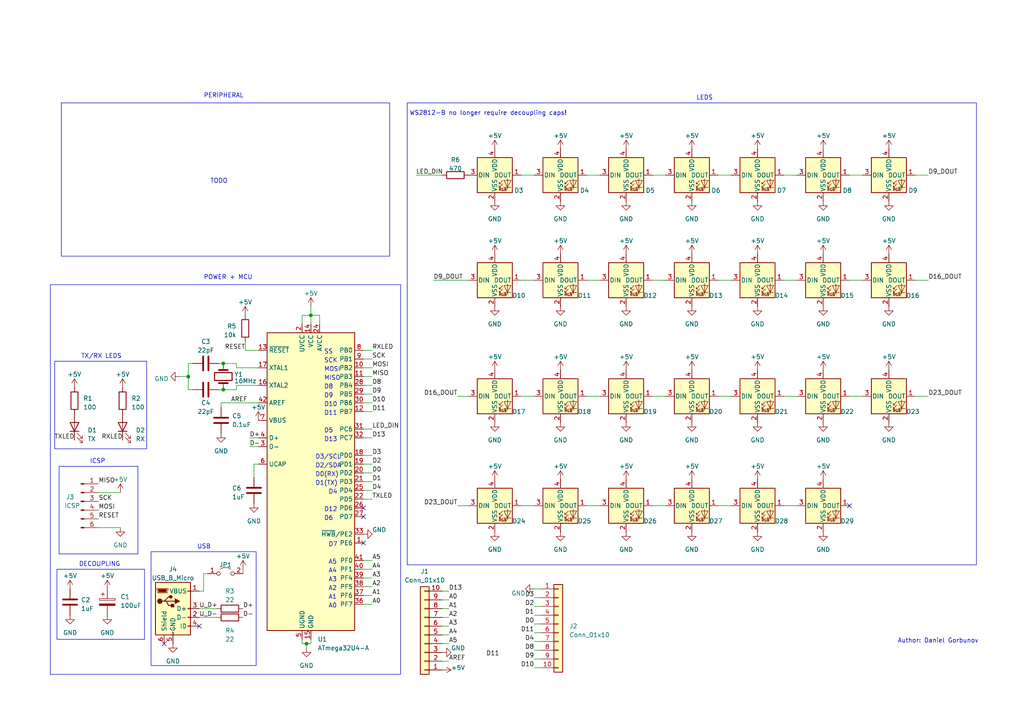
<source format=kicad_sch>
(kicad_sch (version 20230121) (generator eeschema)
  (paper "A4")
  (title_block (title "IEEE - DIY LEDs") (date "2024-03-17") (rev "v1"))
  (lib_symbols
    (symbol "Connector:Conn_01x06_Pin" (pin_names (offset 1.016) hide)
      (property "Reference" "J" (at 0 7.62 0))
      (property "Value" "Conn_01x06_Pin" (at 0 -10.16 0))
      (symbol "Conn_01x06_Pin_1_1"
        (polyline (pts (xy 1.27 -7.62) (xy 0.8636 -7.62)) (stroke (width 0.1524)))
        (polyline (pts (xy 1.27 -5.08) (xy 0.8636 -5.08)) (stroke (width 0.1524)))
        (polyline (pts (xy 1.27 -2.54) (xy 0.8636 -2.54)) (stroke (width 0.1524)))
        (polyline (pts (xy 1.27 0) (xy 0.8636 0)) (stroke (width 0.1524)))
        (polyline (pts (xy 1.27 2.54) (xy 0.8636 2.54)) (stroke (width 0.1524)))
        (polyline (pts (xy 1.27 5.08) (xy 0.8636 5.08)) (stroke (width 0.1524)))
        (rectangle (start 0.8636 -7.493) (end 0 -7.747) (stroke (width 0.1524)) (fill (type outline)))
        (rectangle (start 0.8636 -4.953) (end 0 -5.207) (stroke (width 0.1524)) (fill (type outline)))
        (rectangle (start 0.8636 -2.413) (end 0 -2.667) (stroke (width 0.1524)) (fill (type outline)))
        (rectangle (start 0.8636 0.127) (end 0 -0.127) (stroke (width 0.1524)) (fill (type outline)))
        (rectangle (start 0.8636 2.667) (end 0 2.413) (stroke (width 0.1524)) (fill (type outline)))
        (rectangle (start 0.8636 5.207) (end 0 4.953) (stroke (width 0.1524)) (fill (type outline)))
        (pin passive line (at 5.08 5.08 180) (length 3.81) (name "Pin_1") (number "1"))
        (pin passive line (at 5.08 2.54 180) (length 3.81) (name "Pin_2") (number "2"))
        (pin passive line (at 5.08 0 180) (length 3.81) (name "Pin_3") (number "3"))
        (pin passive line (at 5.08 -2.54 180) (length 3.81) (name "Pin_4") (number "4"))
        (pin passive line (at 5.08 -5.08 180) (length 3.81) (name "Pin_5") (number "5"))
        (pin passive line (at 5.08 -7.62 180) (length 3.81) (name "Pin_6") (number "6"))
      )
    )
    (symbol "Connector:USB_B_Micro" (pin_names (offset 1.016))
      (property "Reference" "J" (at -5.08 11.43 0))
      (property "Value" "USB_B_Micro" (at -5.08 8.89 0))
      (symbol "USB_B_Micro_0_1"
        (rectangle (start -5.08 -7.62) (end 5.08 7.62) (stroke (width 0.254)) (fill (type background)))
        (circle (center -3.81 2.159) (radius 0.635) (stroke (width 0.254)) (fill (type outline)))
        (circle (center -0.635 3.429) (radius 0.381) (stroke (width 0.254)) (fill (type outline)))
        (rectangle (start -0.127 -7.62) (end 0.127 -6.858))
        (polyline (pts (xy -1.905 2.159) (xy 0.635 2.159)) (stroke (width 0.254)))
        (polyline (pts (xy -3.175 2.159) (xy -2.54 2.159) (xy -1.27 3.429) (xy -0.635 3.429)) (stroke (width 0.254)))
        (polyline (pts (xy -2.54 2.159) (xy -1.905 2.159) (xy -1.27 0.889) (xy 0 0.889)) (stroke (width 0.254)))
        (polyline (pts (xy 0.635 2.794) (xy 0.635 1.524) (xy 1.905 2.159) (xy 0.635 2.794)) (stroke (width 0.254)) (fill (type outline)))
        (polyline (pts (xy -4.318 5.588) (xy -1.778 5.588) (xy -2.032 4.826) (xy -4.064 4.826) (xy -4.318 5.588)) (fill (type outline)))
        (polyline (pts (xy -4.699 5.842) (xy -4.699 5.588) (xy -4.445 4.826) (xy -4.445 4.572) (xy -1.651 4.572) (xy -1.651 4.826) (xy -1.397 5.588) (xy -1.397 5.842) (xy -4.699 5.842)))
        (rectangle (start 0.254 1.27) (end -0.508 0.508) (stroke (width 0.254)) (fill (type outline)))
        (rectangle (start 5.08 -5.207) (end 4.318 -4.953))
        (rectangle (start 5.08 -2.667) (end 4.318 -2.413))
        (rectangle (start 5.08 -0.127) (end 4.318 0.127))
        (rectangle (start 5.08 4.953) (end 4.318 5.207))
      )
      (symbol "USB_B_Micro_1_1"
        (pin power_out line (at 7.62 5.08 180) (length 2.54) (name "VBUS") (number "1"))
        (pin bidirectional line (at 7.62 -2.54 180) (length 2.54) (name "D-") (number "2"))
        (pin bidirectional line (at 7.62 0 180) (length 2.54) (name "D+") (number "3"))
        (pin passive line (at 7.62 -5.08 180) (length 2.54) (name "ID") (number "4"))
        (pin power_out line (at 0 -10.16 90) (length 2.54) (name "GND") (number "5"))
        (pin passive line (at -2.54 -10.16 90) (length 2.54) (name "Shield") (number "6"))
      )
    )
    (symbol "Connector_Generic:Conn_01x10" (pin_names (offset 1.016) hide)
      (property "Reference" "J" (at 0 12.7 0))
      (property "Value" "Conn_01x10" (at 0 -15.24 0))
      (symbol "Conn_01x10_1_1"
        (rectangle (start -1.27 -12.573) (end 0 -12.827) (stroke (width 0.1524)))
        (rectangle (start -1.27 -10.033) (end 0 -10.287) (stroke (width 0.1524)))
        (rectangle (start -1.27 -7.493) (end 0 -7.747) (stroke (width 0.1524)))
        (rectangle (start -1.27 -4.953) (end 0 -5.207) (stroke (width 0.1524)))
        (rectangle (start -1.27 -2.413) (end 0 -2.667) (stroke (width 0.1524)))
        (rectangle (start -1.27 0.127) (end 0 -0.127) (stroke (width 0.1524)))
        (rectangle (start -1.27 2.667) (end 0 2.413) (stroke (width 0.1524)))
        (rectangle (start -1.27 5.207) (end 0 4.953) (stroke (width 0.1524)))
        (rectangle (start -1.27 7.747) (end 0 7.493) (stroke (width 0.1524)))
        (rectangle (start -1.27 10.287) (end 0 10.033) (stroke (width 0.1524)))
        (rectangle (start -1.27 11.43) (end 1.27 -13.97) (stroke (width 0.254)) (fill (type background)))
        (pin passive line (at -5.08 10.16 0) (length 3.81) (name "Pin_1") (number "1"))
        (pin passive line (at -5.08 -12.7 0) (length 3.81) (name "Pin_10") (number "10"))
        (pin passive line (at -5.08 7.62 0) (length 3.81) (name "Pin_2") (number "2"))
        (pin passive line (at -5.08 5.08 0) (length 3.81) (name "Pin_3") (number "3"))
        (pin passive line (at -5.08 2.54 0) (length 3.81) (name "Pin_4") (number "4"))
        (pin passive line (at -5.08 0 0) (length 3.81) (name "Pin_5") (number "5"))
        (pin passive line (at -5.08 -2.54 0) (length 3.81) (name "Pin_6") (number "6"))
        (pin passive line (at -5.08 -5.08 0) (length 3.81) (name "Pin_7") (number "7"))
        (pin passive line (at -5.08 -7.62 0) (length 3.81) (name "Pin_8") (number "8"))
        (pin passive line (at -5.08 -10.16 0) (length 3.81) (name "Pin_9") (number "9"))
      )
    )
    (symbol "Device:C" (pin_numbers hide) (pin_names (offset 0.254))
      (property "Reference" "C" (at 0.635 2.54 0))
      (property "Value" "C" (at 0.635 -2.54 0))
      (symbol "C_0_1"
        (polyline (pts (xy -2.032 -0.762) (xy 2.032 -0.762)) (stroke (width 0.508)))
        (polyline (pts (xy -2.032 0.762) (xy 2.032 0.762)) (stroke (width 0.508)))
      )
      (symbol "C_1_1"
        (pin passive line (at 0 3.81 270) (length 2.794) (name "~") (number "1"))
        (pin passive line (at 0 -3.81 90) (length 2.794) (name "~") (number "2"))
      )
    )
    (symbol "Device:C_Polarized" (pin_numbers hide) (pin_names (offset 0.254))
      (property "Reference" "C" (at 0.635 2.54 0))
      (property "Value" "C_Polarized" (at 0.635 -2.54 0))
      (symbol "C_Polarized_0_1"
        (rectangle (start -2.286 0.508) (end 2.286 1.016))
        (polyline (pts (xy -1.778 2.286) (xy -0.762 2.286)))
        (polyline (pts (xy -1.27 2.794) (xy -1.27 1.778)))
        (rectangle (start 2.286 -0.508) (end -2.286 -1.016) (fill (type outline)))
      )
      (symbol "C_Polarized_1_1"
        (pin passive line (at 0 3.81 270) (length 2.794) (name "~") (number "1"))
        (pin passive line (at 0 -3.81 90) (length 2.794) (name "~") (number "2"))
      )
    )
    (symbol "Device:Crystal" (pin_numbers hide) (pin_names (offset 1.016) hide)
      (property "Reference" "Y" (at 0 3.81 0))
      (property "Value" "Crystal" (at 0 -3.81 0))
      (symbol "Crystal_0_1"
        (rectangle (start -1.143 2.54) (end 1.143 -2.54) (stroke (width 0.3048)))
        (polyline (pts (xy -2.54 0) (xy -1.905 0)))
        (polyline (pts (xy -1.905 -1.27) (xy -1.905 1.27)) (stroke (width 0.508)))
        (polyline (pts (xy 1.905 -1.27) (xy 1.905 1.27)) (stroke (width 0.508)))
        (polyline (pts (xy 2.54 0) (xy 1.905 0)))
      )
      (symbol "Crystal_1_1"
        (pin passive line (at -3.81 0 0) (length 1.27) (name "1") (number "1"))
        (pin passive line (at 3.81 0 180) (length 1.27) (name "2") (number "2"))
      )
    )
    (symbol "Device:LED" (pin_numbers hide) (pin_names (offset 1.016) hide)
      (property "Reference" "D" (at 0 2.54 0))
      (property "Value" "LED" (at 0 -2.54 0))
      (symbol "LED_0_1"
        (polyline (pts (xy -1.27 -1.27) (xy -1.27 1.27)) (stroke (width 0.254)))
        (polyline (pts (xy -1.27 0) (xy 1.27 0)))
        (polyline (pts (xy 1.27 -1.27) (xy 1.27 1.27) (xy -1.27 0) (xy 1.27 -1.27)) (stroke (width 0.254)))
        (polyline (pts (xy -3.048 -0.762) (xy -4.572 -2.286) (xy -3.81 -2.286) (xy -4.572 -2.286) (xy -4.572 -1.524)))
        (polyline (pts (xy -1.778 -0.762) (xy -3.302 -2.286) (xy -2.54 -2.286) (xy -3.302 -2.286) (xy -3.302 -1.524)))
      )
      (symbol "LED_1_1"
        (pin passive line (at -3.81 0 0) (length 2.54) (name "K") (number "1"))
        (pin passive line (at 3.81 0 180) (length 2.54) (name "A") (number "2"))
      )
    )
    (symbol "Device:R" (pin_numbers hide) (pin_names (offset 0))
      (property "Reference" "R" (at 2.032 0 90))
      (property "Value" "R" (at 0 0 90))
      (symbol "R_0_1"
        (rectangle (start -1.016 -2.54) (end 1.016 2.54) (stroke (width 0.254)))
      )
      (symbol "R_1_1"
        (pin passive line (at 0 3.81 270) (length 1.27) (name "~") (number "1"))
        (pin passive line (at 0 -3.81 90) (length 1.27) (name "~") (number "2"))
      )
    )
    (symbol "Jumper:Jumper_2_Open" (pin_names (offset 0) hide)
      (property "Reference" "JP" (at 0 2.794 0))
      (property "Value" "Jumper_2_Open" (at 0 -2.286 0))
      (symbol "Jumper_2_Open_0_0"
        (circle (center -2.032 0) (radius 0.508))
        (circle (center 2.032 0) (radius 0.508))
      )
      (symbol "Jumper_2_Open_0_1"
        (arc (start 1.524 1.27) (mid 0 1.778) (end -1.524 1.27))
      )
      (symbol "Jumper_2_Open_1_1"
        (pin passive line (at -5.08 0 0) (length 2.54) (name "A") (number "1"))
        (pin passive line (at 5.08 0 180) (length 2.54) (name "B") (number "2"))
      )
    )
    (symbol "LED:SK6812MINI" (pin_names (offset 0.254))
      (property "Reference" "D" (at 5.08 5.715 0))
      (property "Value" "SK6812MINI" (at 1.27 -5.715 0))
      (symbol "SK6812MINI_0_0"
        (text "RGB" (at 2.286 -4.191 0) (effects (font (size 0.762 0.762))))
      )
      (symbol "SK6812MINI_0_1"
        (polyline (pts (xy 1.27 -3.556) (xy 1.778 -3.556)))
        (polyline (pts (xy 1.27 -2.54) (xy 1.778 -2.54)))
        (polyline (pts (xy 4.699 -3.556) (xy 2.667 -3.556)))
        (polyline (pts (xy 2.286 -2.54) (xy 1.27 -3.556) (xy 1.27 -3.048)))
        (polyline (pts (xy 2.286 -1.524) (xy 1.27 -2.54) (xy 1.27 -2.032)))
        (polyline (pts (xy 3.683 -1.016) (xy 3.683 -3.556) (xy 3.683 -4.064)))
        (polyline (pts (xy 4.699 -1.524) (xy 2.667 -1.524) (xy 3.683 -3.556) (xy 4.699 -1.524)))
        (rectangle (start 5.08 5.08) (end -5.08 -5.08) (stroke (width 0.254)) (fill (type background)))
      )
      (symbol "SK6812MINI_1_1"
        (pin output line (at 7.62 0 180) (length 2.54) (name "DOUT") (number "1"))
        (pin power_in line (at 0 -7.62 90) (length 2.54) (name "VSS") (number "2"))
        (pin input line (at -7.62 0 0) (length 2.54) (name "DIN") (number "3"))
        (pin power_in line (at 0 7.62 270) (length 2.54) (name "VDD") (number "4"))
      )
    )
    (symbol "MCU_Microchip_ATmega:ATmega32U4-A"
      (property "Reference" "U" (at -12.7 44.45 0))
      (property "Value" "ATmega32U4-A" (at 2.54 -44.45 0))
      (symbol "ATmega32U4-A_0_1"
        (rectangle (start -12.7 -43.18) (end 12.7 43.18) (stroke (width 0.254)) (fill (type background)))
      )
      (symbol "ATmega32U4-A_1_1"
        (pin bidirectional line (at 15.24 -17.78 180) (length 2.54) (name "PE6") (number "1"))
        (pin bidirectional line (at 15.24 33.02 180) (length 2.54) (name "PB2") (number "10"))
        (pin bidirectional line (at 15.24 30.48 180) (length 2.54) (name "PB3") (number "11"))
        (pin bidirectional line (at 15.24 20.32 180) (length 2.54) (name "PB7") (number "12"))
        (pin input line (at -15.24 38.1 0) (length 2.54) (name "~{RESET}") (number "13"))
        (pin power_in line (at 0 45.72 270) (length 2.54) (name "VCC") (number "14"))
        (pin power_in line (at 0 -45.72 90) (length 2.54) (name "GND") (number "15"))
        (pin output line (at -15.24 27.94 0) (length 2.54) (name "XTAL2") (number "16"))
        (pin input line (at -15.24 33.02 0) (length 2.54) (name "XTAL1") (number "17"))
        (pin bidirectional line (at 15.24 7.62 180) (length 2.54) (name "PD0") (number "18"))
        (pin bidirectional line (at 15.24 5.08 180) (length 2.54) (name "PD1") (number "19"))
        (pin power_in line (at -2.54 45.72 270) (length 2.54) (name "UVCC") (number "2"))
        (pin bidirectional line (at 15.24 2.54 180) (length 2.54) (name "PD2") (number "20"))
        (pin bidirectional line (at 15.24 0 180) (length 2.54) (name "PD3") (number "21"))
        (pin bidirectional line (at 15.24 -5.08 180) (length 2.54) (name "PD5") (number "22"))
        (pin passive line (at 0 -45.72 90) (length 2.54) hide (name "GND") (number "23"))
        (pin power_in line (at 2.54 45.72 270) (length 2.54) (name "AVCC") (number "24"))
        (pin bidirectional line (at 15.24 -2.54 180) (length 2.54) (name "PD4") (number "25"))
        (pin bidirectional line (at 15.24 -7.62 180) (length 2.54) (name "PD6") (number "26"))
        (pin bidirectional line (at 15.24 -10.16 180) (length 2.54) (name "PD7") (number "27"))
        (pin bidirectional line (at 15.24 27.94 180) (length 2.54) (name "PB4") (number "28"))
        (pin bidirectional line (at 15.24 25.4 180) (length 2.54) (name "PB5") (number "29"))
        (pin bidirectional line (at -15.24 10.16 0) (length 2.54) (name "D-") (number "3"))
        (pin bidirectional line (at 15.24 22.86 180) (length 2.54) (name "PB6") (number "30"))
        (pin bidirectional line (at 15.24 15.24 180) (length 2.54) (name "PC6") (number "31"))
        (pin bidirectional line (at 15.24 12.7 180) (length 2.54) (name "PC7") (number "32"))
        (pin bidirectional line (at 15.24 -15.24 180) (length 2.54) (name "~{HWB}/PE2") (number "33"))
        (pin passive line (at 0 45.72 270) (length 2.54) hide (name "VCC") (number "34"))
        (pin passive line (at 0 -45.72 90) (length 2.54) hide (name "GND") (number "35"))
        (pin bidirectional line (at 15.24 -35.56 180) (length 2.54) (name "PF7") (number "36"))
        (pin bidirectional line (at 15.24 -33.02 180) (length 2.54) (name "PF6") (number "37"))
        (pin bidirectional line (at 15.24 -30.48 180) (length 2.54) (name "PF5") (number "38"))
        (pin bidirectional line (at 15.24 -27.94 180) (length 2.54) (name "PF4") (number "39"))
        (pin bidirectional line (at -15.24 12.7 0) (length 2.54) (name "D+") (number "4"))
        (pin bidirectional line (at 15.24 -25.4 180) (length 2.54) (name "PF1") (number "40"))
        (pin bidirectional line (at 15.24 -22.86 180) (length 2.54) (name "PF0") (number "41"))
        (pin passive line (at -15.24 22.86 0) (length 2.54) (name "AREF") (number "42"))
        (pin passive line (at 0 -45.72 90) (length 2.54) hide (name "GND") (number "43"))
        (pin passive line (at 2.54 45.72 270) (length 2.54) hide (name "AVCC") (number "44"))
        (pin passive line (at -2.54 -45.72 90) (length 2.54) (name "UGND") (number "5"))
        (pin passive line (at -15.24 5.08 0) (length 2.54) (name "UCAP") (number "6"))
        (pin input line (at -15.24 17.78 0) (length 2.54) (name "VBUS") (number "7"))
        (pin bidirectional line (at 15.24 38.1 180) (length 2.54) (name "PB0") (number "8"))
        (pin bidirectional line (at 15.24 35.56 180) (length 2.54) (name "PB1") (number "9"))
      )
    )
    (symbol "power:+5V" (power) (pin_names (offset 0))
      (property "Value" "+5V" (at 0 3.556 0))
      (symbol "+5V_0_1"
        (polyline (pts (xy -0.762 1.27) (xy 0 2.54)))
        (polyline (pts (xy 0 0) (xy 0 2.54)))
        (polyline (pts (xy 0 2.54) (xy 0.762 1.27)))
      )
      (symbol "+5V_1_1"
        (pin power_in line (at 0 0 90) (length 0) hide (name "+5V") (number "1"))
      )
    )
    (symbol "power:GND" (power) (pin_names (offset 0))
      (property "Value" "GND" (at 0 -3.81 0))
      (symbol "GND_0_1"
        (polyline (pts (xy 0 0) (xy 0 -1.27) (xy 1.27 -1.27) (xy 0 -2.54) (xy -1.27 -1.27) (xy 0 -1.27)))
      )
      (symbol "GND_1_1"
        (pin power_in line (at 0 0 270) (length 0) hide (name "GND") (number "1"))
      )
    )
  )
  (junction (at 54.61 109.22))
  (junction (at 64.77 105.41))
  (junction (at 90.17 91.44))
  (junction (at 64.77 113.03))
  (junction (at 88.9 186.69))
  (no_connect (at 105.41 157.48))
  (no_connect (at 105.41 149.86))
  (no_connect (at 57.785 181.61))
  (no_connect (at 105.41 147.32))
  (no_connect (at 246.38 146.685))
  (no_connect (at 47.625 186.69))
  (wire (pts (xy 128.27 171.45) (xy 130.175 171.45)))
  (wire (pts (xy 105.41 137.16) (xy 107.95 137.16)))
  (wire (pts (xy 154.94 186.055) (xy 156.845 186.055)))
  (wire (pts (xy 105.41 132.08) (xy 107.95 132.08)))
  (wire (pts (xy 63.5 105.41) (xy 64.77 105.41)))
  (wire (pts (xy 132.715 114.935) (xy 135.89 114.935)))
  (wire (pts (xy 105.41 116.84) (xy 107.95 116.84)))
  (wire (pts (xy 227.33 50.8) (xy 231.14 50.8)))
  (wire (pts (xy 154.94 188.595) (xy 156.845 188.595)))
  (wire (pts (xy 105.41 101.6) (xy 107.95 101.6)))
  (wire (pts (xy 63.5 113.03) (xy 64.77 113.03)))
  (wire (pts (xy 87.63 185.42) (xy 87.63 186.69)))
  (wire (pts (xy 189.23 114.935) (xy 193.04 114.935)))
  (wire (pts (xy 64.135 116.84) (xy 74.93 116.84)))
  (wire (pts (xy 128.27 184.15) (xy 130.175 184.15)))
  (wire (pts (xy 68.58 111.76) (xy 68.58 113.03)))
  (wire (pts (xy 105.41 104.14) (xy 107.95 104.14)))
  (wire (pts (xy 105.41 111.76) (xy 107.95 111.76)))
  (wire (pts (xy 105.41 167.64) (xy 107.95 167.64)))
  (wire (pts (xy 107.95 106.68) (xy 105.41 106.68)))
  (wire (pts (xy 128.27 186.69) (xy 130.175 186.69)))
  (wire (pts (xy 105.41 124.46) (xy 107.95 124.46)))
  (wire (pts (xy 105.41 134.62) (xy 107.95 134.62)))
  (wire (pts (xy 74.93 106.68) (xy 68.58 106.68)))
  (wire (pts (xy 54.61 113.03) (xy 55.88 113.03)))
  (wire (pts (xy 128.27 173.99) (xy 130.175 173.99)))
  (wire (pts (xy 189.23 81.28) (xy 193.04 81.28)))
  (wire (pts (xy 154.94 191.135) (xy 156.845 191.135)))
  (wire (pts (xy 128.27 191.77) (xy 130.175 191.77)))
  (wire (pts (xy 59.055 166.37) (xy 59.055 171.45)))
  (wire (pts (xy 54.61 105.41) (xy 54.61 109.22)))
  (wire (pts (xy 170.18 114.935) (xy 173.99 114.935)))
  (wire (pts (xy 170.18 81.28) (xy 173.99 81.28)))
  (wire (pts (xy 246.38 114.935) (xy 250.19 114.935)))
  (wire (pts (xy 208.28 146.685) (xy 212.09 146.685)))
  (wire (pts (xy 105.41 175.26) (xy 107.95 175.26)))
  (wire (pts (xy 34.925 153.035) (xy 28.575 153.035)))
  (wire (pts (xy 105.41 127) (xy 107.95 127)))
  (wire (pts (xy 105.41 165.1) (xy 107.95 165.1)))
  (wire (pts (xy 90.17 186.69) (xy 88.9 186.69)))
  (wire (pts (xy 105.41 142.24) (xy 107.95 142.24)))
  (wire (pts (xy 72.39 127) (xy 74.93 127)))
  (wire (pts (xy 208.28 81.28) (xy 212.09 81.28)))
  (wire (pts (xy 73.66 134.62) (xy 74.93 134.62)))
  (wire (pts (xy 105.41 144.78) (xy 107.95 144.78)))
  (wire (pts (xy 59.055 171.45) (xy 57.785 171.45)))
  (wire (pts (xy 68.58 105.41) (xy 64.77 105.41)))
  (wire (pts (xy 62.865 176.53) (xy 57.785 176.53)))
  (wire (pts (xy 120.65 50.8) (xy 128.27 50.8)))
  (wire (pts (xy 68.58 113.03) (xy 64.77 113.03)))
  (wire (pts (xy 151.13 114.935) (xy 154.94 114.935)))
  (wire (pts (xy 90.17 91.44) (xy 90.17 88.9)))
  (wire (pts (xy 62.865 179.07) (xy 57.785 179.07)))
  (wire (pts (xy 154.94 170.815) (xy 156.845 170.815)))
  (wire (pts (xy 105.41 172.72) (xy 107.95 172.72)))
  (wire (pts (xy 87.63 186.69) (xy 88.9 186.69)))
  (wire (pts (xy 265.43 114.935) (xy 269.24 114.935)))
  (wire (pts (xy 68.58 106.68) (xy 68.58 105.41)))
  (wire (pts (xy 154.94 193.675) (xy 156.845 193.675)))
  (wire (pts (xy 265.43 81.28) (xy 269.24 81.28)))
  (wire (pts (xy 90.17 91.44) (xy 90.17 93.98)))
  (wire (pts (xy 151.13 81.28) (xy 154.94 81.28)))
  (wire (pts (xy 154.94 180.975) (xy 156.845 180.975)))
  (wire (pts (xy 92.71 93.98) (xy 92.71 91.44)))
  (wire (pts (xy 151.13 146.685) (xy 154.94 146.685)))
  (wire (pts (xy 105.41 119.38) (xy 107.95 119.38)))
  (wire (pts (xy 208.28 50.8) (xy 212.09 50.8)))
  (wire (pts (xy 105.41 170.18) (xy 107.95 170.18)))
  (wire (pts (xy 132.715 146.685) (xy 135.89 146.685)))
  (wire (pts (xy 189.23 146.685) (xy 193.04 146.685)))
  (wire (pts (xy 87.63 91.44) (xy 90.17 91.44)))
  (wire (pts (xy 151.13 50.8) (xy 154.94 50.8)))
  (wire (pts (xy 72.39 129.54) (xy 74.93 129.54)))
  (wire (pts (xy 71.12 99.06) (xy 71.12 101.6)))
  (wire (pts (xy 70.485 165.1) (xy 70.485 166.37)))
  (wire (pts (xy 128.27 179.07) (xy 130.175 179.07)))
  (wire (pts (xy 170.18 146.685) (xy 173.99 146.685)))
  (wire (pts (xy 88.9 186.69) (xy 88.9 187.96)))
  (wire (pts (xy 71.12 101.6) (xy 74.93 101.6)))
  (wire (pts (xy 60.325 166.37) (xy 59.055 166.37)))
  (wire (pts (xy 128.27 176.53) (xy 130.175 176.53)))
  (wire (pts (xy 189.23 50.8) (xy 193.04 50.8)))
  (wire (pts (xy 105.41 114.3) (xy 107.95 114.3)))
  (wire (pts (xy 227.33 114.935) (xy 231.14 114.935)))
  (wire (pts (xy 54.61 109.22) (xy 52.07 109.22)))
  (wire (pts (xy 208.28 114.935) (xy 212.09 114.935)))
  (wire (pts (xy 246.38 81.28) (xy 250.19 81.28)))
  (wire (pts (xy 246.38 50.8) (xy 250.19 50.8)))
  (wire (pts (xy 265.43 50.8) (xy 269.24 50.8)))
  (wire (pts (xy 154.94 175.895) (xy 156.845 175.895)))
  (wire (pts (xy 34.925 142.875) (xy 28.575 142.875)))
  (wire (pts (xy 105.41 109.22) (xy 107.95 109.22)))
  (wire (pts (xy 128.27 181.61) (xy 130.175 181.61)))
  (wire (pts (xy 54.61 109.22) (xy 54.61 113.03)))
  (wire (pts (xy 125.73 81.28) (xy 135.89 81.28)))
  (wire (pts (xy 64.135 116.84) (xy 64.135 118.11)))
  (wire (pts (xy 154.94 183.515) (xy 156.845 183.515)))
  (wire (pts (xy 105.41 162.56) (xy 107.95 162.56)))
  (wire (pts (xy 170.18 50.8) (xy 173.99 50.8)))
  (wire (pts (xy 92.71 91.44) (xy 90.17 91.44)))
  (wire (pts (xy 90.17 185.42) (xy 90.17 186.69)))
  (wire (pts (xy 54.61 105.41) (xy 55.88 105.41)))
  (wire (pts (xy 227.33 146.685) (xy 231.14 146.685)))
  (wire (pts (xy 227.33 81.28) (xy 231.14 81.28)))
  (wire (pts (xy 154.94 173.355) (xy 156.845 173.355)))
  (wire (pts (xy 74.93 111.76) (xy 68.58 111.76)))
  (wire (pts (xy 154.94 178.435) (xy 156.845 178.435)))
  (wire (pts (xy 105.41 139.7) (xy 107.95 139.7)))
  (wire (pts (xy 73.66 138.43) (xy 73.66 134.62)))
  (wire (pts (xy 87.63 93.98) (xy 87.63 91.44)))
  (rectangle (start 118.11 29.845) (end 283.21 163.83))
  (rectangle (start 15.875 104.775) (end 42.545 130.175))
  (rectangle (start 14.605 82.55) (end 116.205 195.58))
  (rectangle (start 16.51 165.1) (end 41.91 185.42))
  (rectangle (start 17.78 29.845) (end 113.03 74.295))
  (rectangle (start 17.145 135.255) (end 40.005 160.655))
  (rectangle (start 43.815 160.02) (end 74.295 193.04))
  (text "MOSI" (at 93.98 107.95 0) (effects (font (size 1.27 1.27)) (justify left bottom)))
  (text "D4" (at 95.25 143.51 0) (effects (font (size 1.27 1.27)) (justify left bottom)))
  (text "A4" (at 95.25 166.37 0) (effects (font (size 1.27 1.27)) (justify left bottom)))
  (text "D2/SDA" (at 91.44 135.89 0) (effects (font (size 1.27 1.27)) (justify left bottom)))
  (text "LEDS" (at 201.93 29.21 0) (effects (font (size 1.27 1.27)) (justify left bottom)))
  (text "D8" (at 93.98 113.03 0) (effects (font (size 1.27 1.27)) (justify left bottom)))
  (text "D11" (at 93.98 120.65 0) (effects (font (size 1.27 1.27)) (justify left bottom)))
  (text "D3/SCL" (at 91.44 133.35 0) (effects (font (size 1.27 1.27)) (justify left bottom)))
  (text "USB" (at 57.15 159.385 0) (effects (font (size 1.27 1.27)) (justify left bottom)))
  (text "D9" (at 93.98 115.57 0) (effects (font (size 1.27 1.27)) (justify left bottom)))
  (text "A2" (at 95.25 171.45 0) (effects (font (size 1.27 1.27)) (justify left bottom)))
  (text "DECOUPLING" (at 22.86 164.465 0) (effects (font (size 1.27 1.27)) (justify left bottom)))
  (text "D6" (at 93.98 151.13 0) (effects (font (size 1.27 1.27)) (justify left bottom)))
  (text "D1(TX)" (at 91.44 140.97 0) (effects (font (size 1.27 1.27)) (justify left bottom)))
  (text "A1" (at 95.25 173.99 0) (effects (font (size 1.27 1.27)) (justify left bottom)))
  (text "D13" (at 93.98 128.27 0) (effects (font (size 1.27 1.27)) (justify left bottom)))
  (text "TODO" (at 60.96 53.34 0) (effects (font (size 1.27 1.27)) (justify left bottom)))
  (text "D5" (at 93.98 125.73 0) (effects (font (size 1.27 1.27)) (justify left bottom)))
  (text "A0" (at 95.25 176.53 0) (effects (font (size 1.27 1.27)) (justify left bottom)))
  (text "WS2812-B no longer require decoupling caps!" (at 118.745 33.655 0) (effects (font (size 1.27 1.27)) (justify left bottom)))
  (text "Author: Daniel Gorbunov" (at 260.35 186.69 0) (effects (font (size 1.27 1.27)) (justify left bottom)))
  (text "MISO" (at 93.98 110.49 0) (effects (font (size 1.27 1.27)) (justify left bottom)))
  (text "D10" (at 93.98 118.11 0) (effects (font (size 1.27 1.27)) (justify left bottom)))
  (text "SS" (at 93.98 102.87 0) (effects (font (size 1.27 1.27)) (justify left bottom)))
  (text "A5" (at 95.25 163.83 0) (effects (font (size 1.27 1.27)) (justify left bottom)))
  (text "A3" (at 95.25 168.91 0) (effects (font (size 1.27 1.27)) (justify left bottom)))
  (text "POWER + MCU" (at 59.055 81.28 0) (effects (font (size 1.27 1.27)) (justify left bottom)))
  (text "TX/RX LEDS" (at 23.495 104.14 0) (effects (font (size 1.27 1.27)) (justify left bottom)))
  (text "ICSP" (at 26.035 134.62 0) (effects (font (size 1.27 1.27)) (justify left bottom)))
  (text "SCK" (at 93.98 105.41 0) (effects (font (size 1.27 1.27)) (justify left bottom)))
  (text "D12" (at 93.98 148.59 0) (effects (font (size 1.27 1.27)) (justify left bottom)))
  (text "D0(RX)" (at 91.44 138.43 0) (effects (font (size 1.27 1.27)) (justify left bottom)))
  (text "PERIPHERAL" (at 59.055 28.575 0) (effects (font (size 1.27 1.27)) (justify left bottom)))
  (text "D7" (at 95.25 158.75 0) (effects (font (size 1.27 1.27)) (justify left bottom)))
  (label "A3" (at 130.175 181.61 0))
  (label "A5" (at 107.95 162.56 0))
  (label "A2" (at 130.175 179.07 0))
  (label "A4" (at 107.95 165.1 0))
  (label "D0" (at 154.94 180.975 180))
  (label "SCK" (at 107.95 104.14 0))
  (label "TXLED" (at 21.59 127.635 180))
  (label "D-" (at 72.39 129.54 0))
  (label "D1" (at 107.95 139.7 0))
  (label "AREF" (at 71.755 116.84 180))
  (label "A0" (at 107.95 175.26 0))
  (label "D2" (at 107.95 134.62 0))
  (label "LED_DIN" (at 107.95 124.46 0))
  (label "D13" (at 130.175 171.45 0))
  (label "D16_DOUT" (at 269.24 81.28 0))
  (label "SCK" (at 28.575 145.415 0))
  (label "U_D-" (at 57.785 179.07 0))
  (label "LED_DIN" (at 120.65 50.8 0))
  (label "RXLED" (at 35.56 127.635 180))
  (label "D10" (at 107.95 116.84 0))
  (label "D16_DOUT" (at 132.715 114.935 180))
  (label "RESET" (at 71.12 101.6 180))
  (label "D11" (at 140.97 190.5 0))
  (label "D2" (at 154.94 175.895 180))
  (label "A2" (at 107.95 170.18 0))
  (label "D3" (at 154.94 173.355 180))
  (label "D1" (at 154.94 178.435 180))
  (label "D0" (at 107.95 137.16 0))
  (label "A5" (at 130.175 186.69 0))
  (label "D4" (at 107.95 142.24 0))
  (label "D13" (at 107.95 127 0))
  (label "A1" (at 130.175 176.53 0))
  (label "D9" (at 107.95 114.3 0))
  (label "D8" (at 154.94 188.595 180))
  (label "D-" (at 70.485 179.07 0))
  (label "MOSI" (at 28.575 147.955 0))
  (label "D3" (at 107.95 132.08 0))
  (label "A4" (at 130.175 184.15 0))
  (label "TXLED" (at 107.95 144.78 0))
  (label "D10" (at 154.94 193.675 180))
  (label "RXLED" (at 107.95 101.6 0))
  (label "D23_DOUT" (at 269.24 114.935 0))
  (label "D+" (at 70.485 176.53 0))
  (label "A0" (at 130.175 173.99 0))
  (label "D11" (at 154.94 183.515 180))
  (label "D23_DOUT" (at 132.715 146.685 180))
  (label "A1" (at 107.95 172.72 0))
  (label "RESET" (at 28.575 150.495 0))
  (label "MISO" (at 107.95 109.22 0))
  (label "D9_DOUT" (at 125.73 81.28 0))
  (label "MISO" (at 28.575 140.335 0))
  (label "D+" (at 72.39 127 0))
  (label "D9_DOUT" (at 269.24 50.8 0))
  (label "MOSI" (at 107.95 106.68 0))
  (label "D4" (at 154.94 186.055 180))
  (label "U_D+" (at 57.785 176.53 0))
  (label "D9" (at 154.94 191.135 180))
  (label "D11" (at 107.95 119.38 0))
  (label "A3" (at 107.95 167.64 0))
  (label "AREF" (at 130.175 191.77 0))
  (label "D8" (at 107.95 111.76 0))
  (symbol (lib_id "power:+5V") (at 70.485 165.1 0) (unit 1)
    (property "Reference" "#PWR016" (effects hide))
    (property "Value" "+5V" (at 70.485 161.29 0))
  )
  (symbol (lib_id "power:GND") (at 162.56 58.42 0) (unit 1)
    (property "Reference" "#PWR024" (effects hide))
    (property "Value" "GND" (at 162.56 63.5 0))
  )
  (symbol (lib_id "power:+5V") (at 74.93 121.92 0) (unit 1)
    (property "Reference" "#PWR017" (effects hide))
    (property "Value" "+5V" (at 74.93 118.11 0))
  )
  (symbol (lib_id "Device:R") (at 66.675 179.07 270) (unit 1)
    (property "Reference" "R4" (at 66.675 182.88 90))
    (property "Value" "22" (at 66.675 185.42 90))
    (property "Footprint" "Resistor_SMD:R_0805_2012Metric_Pad1.20x1.40mm_HandSolder" (effects hide))
  )
  (symbol (lib_id "power:+5V") (at 181.61 43.18 0) (unit 1)
    (property "Reference" "#PWR03" (effects hide))
    (property "Value" "+5V" (at 181.61 39.37 0))
  )
  (symbol (lib_id "power:+5V") (at 162.56 139.065 0) (unit 1)
    (property "Reference" "#PWR066" (effects hide))
    (property "Value" "+5V" (at 162.56 135.255 0))
  )
  (symbol (lib_id "power:GND") (at 73.66 146.05 0) (unit 1)
    (property "Reference" "#PWR015" (effects hide))
    (property "Value" "GND" (at 73.66 151.13 0))
  )
  (symbol (lib_id "power:+5V") (at 143.51 107.315 0) (unit 1)
    (property "Reference" "#PWR050" (effects hide))
    (property "Value" "+5V" (at 143.51 103.505 0))
  )
  (symbol (lib_id "LED:SK6812MINI") (at 143.51 50.8 0) (unit 1)
    (property "Reference" "D3" (at 150.495 55.245 0))
    (property "Value" "SK6812MINI" (effects hide))
    (property "Footprint" "LED_SMD:LED_SK6812MINI_PLCC4_3.5x3.5mm_P1.75mm" (effects hide))
    (property "Datasheet" "https://cdn-shop.adafruit.com/product-files/2686/SK6812MINI_REV.01-1-2.pdf" (effects hide))
  )
  (symbol (lib_id "power:+5V") (at 143.51 73.66 0) (unit 1)
    (property "Reference" "#PWR031" (effects hide))
    (property "Value" "+5V" (at 143.51 69.85 0))
  )
  (symbol (lib_id "power:+5V") (at 90.17 88.9 0) (unit 1)
    (property "Reference" "#PWR046" (effects hide))
    (property "Value" "+5V" (at 90.17 85.09 0))
  )
  (symbol (lib_id "LED:SK6812MINI") (at 257.81 114.935 0) (unit 1)
    (property "Reference" "D23" (at 264.795 119.38 0))
    (property "Value" "SK6812MINI" (effects hide))
    (property "Footprint" "LED_SMD:LED_SK6812MINI_PLCC4_3.5x3.5mm_P1.75mm" (effects hide))
    (property "Datasheet" "https://cdn-shop.adafruit.com/product-files/2686/SK6812MINI_REV.01-1-2.pdf" (effects hide))
  )
  (symbol (lib_id "power:GND") (at 162.56 88.9 0) (unit 1)
    (property "Reference" "#PWR034" (effects hide))
    (property "Value" "GND" (at 162.56 93.98 0))
  )
  (symbol (lib_id "MCU_Microchip_ATmega:ATmega32U4-A") (at 90.17 139.7 0) (unit 1)
    (property "Reference" "U1" (at 92.1259 185.42 0) (effects (justify left)))
    (property "Value" "ATmega32U4-A" (at 92.1259 187.96 0) (effects (justify left)))
    (property "Footprint" "Package_QFP:TQFP-44_10x10mm_P0.8mm" (effects hide))
    (property "Datasheet" "http://ww1.microchip.com/downloads/en/DeviceDoc/Atmel-7766-8-bit-AVR-ATmega16U4-32U4_Datasheet.pdf" (effects hide))
  )
  (symbol (lib_id "LED:SK6812MINI") (at 257.81 50.8 0) (unit 1)
    (property "Reference" "D9" (at 264.795 55.245 0))
    (property "Value" "SK6812MINI" (effects hide))
    (property "Footprint" "LED_SMD:LED_SK6812MINI_PLCC4_3.5x3.5mm_P1.75mm" (effects hide))
    (property "Datasheet" "https://cdn-shop.adafruit.com/product-files/2686/SK6812MINI_REV.01-1-2.pdf" (effects hide))
  )
  (symbol (lib_id "LED:SK6812MINI") (at 238.76 146.685 0) (unit 1)
    (property "Reference" "D29" (at 245.745 151.13 0))
    (property "Value" "SK6812MINI" (effects hide))
    (property "Footprint" "LED_SMD:LED_SK6812MINI_PLCC4_3.5x3.5mm_P1.75mm" (effects hide))
    (property "Datasheet" "https://cdn-shop.adafruit.com/product-files/2686/SK6812MINI_REV.01-1-2.pdf" (effects hide))
  )
  (symbol (lib_id "Device:R") (at 66.675 176.53 270) (unit 1)
    (property "Reference" "R3" (at 66.675 171.45 90))
    (property "Value" "22" (at 66.675 173.99 90))
    (property "Footprint" "Resistor_SMD:R_0805_2012Metric_Pad1.20x1.40mm_HandSolder" (effects hide))
  )
  (symbol (lib_id "power:+5V") (at 238.76 73.66 0) (unit 1)
    (property "Reference" "#PWR041" (effects hide))
    (property "Value" "+5V" (at 238.76 69.85 0))
  )
  (symbol (lib_id "Device:LED") (at 21.59 123.825 90) (unit 1)
    (property "Reference" "D1" (at 25.4 124.7775 90) (effects (justify right)))
    (property "Value" "TX" (at 25.4 127.3175 90) (effects (justify right)))
    (property "Footprint" "LED_SMD:LED_0805_2012Metric_Pad1.15x1.40mm_HandSolder" (effects hide))
  )
  (symbol (lib_id "power:GND") (at 200.66 154.305 0) (unit 1)
    (property "Reference" "#PWR071" (effects hide))
    (property "Value" "GND" (at 200.66 159.385 0))
  )
  (symbol (lib_id "Connector:Conn_01x06_Pin") (at 23.495 145.415 0) (unit 1)
    (property "Reference" "J3" (at 20.32 144.145 0))
    (property "Value" "ICSP" (at 20.955 146.685 0))
    (property "Footprint" "Connector_PinHeader_2.54mm:PinHeader_2x03_P2.54mm_Vertical" (effects hide))
  )
  (symbol (lib_id "LED:SK6812MINI") (at 162.56 146.685 0) (unit 1)
    (property "Reference" "D25" (at 169.545 151.13 0))
    (property "Value" "SK6812MINI" (effects hide))
    (property "Footprint" "LED_SMD:LED_SK6812MINI_PLCC4_3.5x3.5mm_P1.75mm" (effects hide))
    (property "Datasheet" "https://cdn-shop.adafruit.com/product-files/2686/SK6812MINI_REV.01-1-2.pdf" (effects hide))
  )
  (symbol (lib_id "power:GND") (at 257.81 88.9 0) (unit 1)
    (property "Reference" "#PWR044" (effects hide))
    (property "Value" "GND" (at 257.81 93.98 0))
  )
  (symbol (lib_id "power:GND") (at 20.32 178.435 0) (unit 1)
    (property "Reference" "#PWR08" (effects hide))
    (property "Value" "GND" (at 20.32 183.515 0))
  )
  (symbol (lib_id "power:+5V") (at 35.56 112.395 0) (unit 1)
    (property "Reference" "#PWR06" (effects hide))
    (property "Value" "+5V" (at 35.56 108.585 0))
  )
  (symbol (lib_id "Connector_Generic:Conn_01x10") (at 161.925 180.975 0) (unit 1)
    (property "Reference" "J2" (at 165.1 181.61 0) (effects (justify left)))
    (property "Value" "Conn_01x10" (at 165.1 184.15 0) (effects (justify left)))
    (property "Footprint" "Connector_PinHeader_2.54mm:PinHeader_1x10_P2.54mm_Vertical" (effects hide))
  )
  (symbol (lib_id "LED:SK6812MINI") (at 143.51 81.28 0) (unit 1)
    (property "Reference" "D10" (at 150.495 85.725 0))
    (property "Value" "SK6812MINI" (effects hide))
    (property "Footprint" "LED_SMD:LED_SK6812MINI_PLCC4_3.5x3.5mm_P1.75mm" (effects hide))
    (property "Datasheet" "https://cdn-shop.adafruit.com/product-files/2686/SK6812MINI_REV.01-1-2.pdf" (effects hide))
  )
  (symbol (lib_id "Device:C") (at 73.66 142.24 0) (unit 1)
    (property "Reference" "C6" (at 67.31 141.605 0) (effects (justify left)))
    (property "Value" "1uF" (at 67.31 144.145 0) (effects (justify left)))
    (property "Footprint" "Capacitor_SMD:C_0805_2012Metric_Pad1.18x1.45mm_HandSolder" (effects hide))
  )
  (symbol (lib_id "power:+5V") (at 200.66 43.18 0) (unit 1)
    (property "Reference" "#PWR05" (effects hide))
    (property "Value" "+5V" (at 200.66 39.37 0))
  )
  (symbol (lib_id "power:GND") (at 52.07 109.22 270) (unit 1)
    (property "Reference" "#PWR09" (effects hide))
    (property "Value" "GND" (at 48.895 109.855 90) (effects (justify right)))
  )
  (symbol (lib_id "Device:Crystal") (at 64.77 109.22 270) (unit 1)
    (property "Reference" "Y1" (at 67.945 108.585 90) (effects (justify left)))
    (property "Value" "16MHz" (at 67.945 110.49 90) (effects (justify left)))
    (property "Footprint" "Crystal:Crystal_SMD_5032-2Pin_5.0x3.2mm" (effects hide))
  )
  (symbol (lib_id "power:+5V") (at 162.56 73.66 0) (unit 1)
    (property "Reference" "#PWR033" (effects hide))
    (property "Value" "+5V" (at 162.56 69.85 0))
  )
  (symbol (lib_id "power:+5V") (at 34.925 142.875 0) (unit 1)
    (property "Reference" "#PWR011" (effects hide))
    (property "Value" "+5V" (at 34.925 139.065 0))
  )
  (symbol (lib_id "Device:LED") (at 35.56 123.825 90) (unit 1)
    (property "Reference" "D2" (at 39.37 124.7775 90) (effects (justify right)))
    (property "Value" "RX" (at 39.37 127.3175 90) (effects (justify right)))
    (property "Footprint" "LED_SMD:LED_0805_2012Metric_Pad1.15x1.40mm_HandSolder" (effects hide))
  )
  (symbol (lib_id "power:GND") (at 181.61 122.555 0) (unit 1)
    (property "Reference" "#PWR055" (effects hide))
    (property "Value" "GND" (at 181.61 127.635 0))
  )
  (symbol (lib_id "Device:C") (at 20.32 174.625 0) (unit 1)
    (property "Reference" "C2" (at 23.495 173.99 0) (effects (justify left)))
    (property "Value" "1uF" (at 23.495 176.53 0) (effects (justify left)))
    (property "Footprint" "Capacitor_SMD:C_0805_2012Metric_Pad1.18x1.45mm_HandSolder" (effects hide))
  )
  (symbol (lib_id "power:+5V") (at 181.61 107.315 0) (unit 1)
    (property "Reference" "#PWR054" (effects hide))
    (property "Value" "+5V" (at 181.61 103.505 0))
  )
  (symbol (lib_id "LED:SK6812MINI") (at 257.81 81.28 0) (unit 1)
    (property "Reference" "D16" (at 264.795 85.725 0))
    (property "Value" "SK6812MINI" (effects hide))
    (property "Footprint" "LED_SMD:LED_SK6812MINI_PLCC4_3.5x3.5mm_P1.75mm" (effects hide))
    (property "Datasheet" "https://cdn-shop.adafruit.com/product-files/2686/SK6812MINI_REV.01-1-2.pdf" (effects hide))
  )
  (symbol (lib_id "Device:R") (at 132.08 50.8 90) (unit 1)
    (property "Reference" "R6" (at 132.08 46.355 90))
    (property "Value" "470" (at 132.08 48.895 90))
    (property "Footprint" "Resistor_SMD:R_0805_2012Metric_Pad1.20x1.40mm_HandSolder" (effects hide))
  )
  (symbol (lib_id "power:+5V") (at 128.27 194.31 270) (unit 1)
    (property "Reference" "#PWR047" (effects hide))
    (property "Value" "+5V" (at 130.81 193.675 90) (effects (justify left)))
  )
  (symbol (lib_id "power:+5V") (at 200.66 73.66 0) (unit 1)
    (property "Reference" "#PWR037" (effects hide))
    (property "Value" "+5V" (at 200.66 69.85 0))
  )
  (symbol (lib_id "LED:SK6812MINI") (at 162.56 81.28 0) (unit 1)
    (property "Reference" "D11" (at 169.545 85.725 0))
    (property "Value" "SK6812MINI" (effects hide))
    (property "Footprint" "LED_SMD:LED_SK6812MINI_PLCC4_3.5x3.5mm_P1.75mm" (effects hide))
    (property "Datasheet" "https://cdn-shop.adafruit.com/product-files/2686/SK6812MINI_REV.01-1-2.pdf" (effects hide))
  )
  (symbol (lib_id "power:GND") (at 34.925 153.035 0) (unit 1)
    (property "Reference" "#PWR012" (effects hide))
    (property "Value" "GND" (at 34.925 158.115 0))
  )
  (symbol (lib_id "power:GND") (at 181.61 154.305 0) (unit 1)
    (property "Reference" "#PWR069" (effects hide))
    (property "Value" "GND" (at 181.61 159.385 0))
  )
  (symbol (lib_id "power:GND") (at 238.76 154.305 0) (unit 1)
    (property "Reference" "#PWR075" (effects hide))
    (property "Value" "GND" (at 238.76 159.385 0))
  )
  (symbol (lib_id "LED:SK6812MINI") (at 162.56 50.8 0) (unit 1)
    (property "Reference" "D4" (at 169.545 55.245 0))
    (property "Value" "SK6812MINI" (effects hide))
    (property "Footprint" "LED_SMD:LED_SK6812MINI_PLCC4_3.5x3.5mm_P1.75mm" (effects hide))
    (property "Datasheet" "https://cdn-shop.adafruit.com/product-files/2686/SK6812MINI_REV.01-1-2.pdf" (effects hide))
  )
  (symbol (lib_id "power:GND") (at 219.71 88.9 0) (unit 1)
    (property "Reference" "#PWR040" (effects hide))
    (property "Value" "GND" (at 219.71 93.98 0))
  )
  (symbol (lib_id "power:GND") (at 105.41 154.94 90) (unit 1)
    (property "Reference" "#PWR020" (effects hide))
    (property "Value" "GND" (at 107.95 153.67 90) (effects (justify right)))
  )
  (symbol (lib_id "power:GND") (at 219.71 58.42 0) (unit 1)
    (property "Reference" "#PWR026" (effects hide))
    (property "Value" "GND" (at 219.71 63.5 0))
  )
  (symbol (lib_id "LED:SK6812MINI") (at 200.66 50.8 0) (unit 1)
    (property "Reference" "D6" (at 207.645 55.245 0))
    (property "Value" "SK6812MINI" (effects hide))
    (property "Footprint" "LED_SMD:LED_SK6812MINI_PLCC4_3.5x3.5mm_P1.75mm" (effects hide))
    (property "Datasheet" "https://cdn-shop.adafruit.com/product-files/2686/SK6812MINI_REV.01-1-2.pdf" (effects hide))
  )
  (symbol (lib_id "Device:R") (at 35.56 116.205 180) (unit 1)
    (property "Reference" "R2" (at 38.1 115.57 0) (effects (justify right)))
    (property "Value" "100" (at 38.1 118.11 0) (effects (justify right)))
    (property "Footprint" "Resistor_SMD:R_0805_2012Metric_Pad1.20x1.40mm_HandSolder" (effects hide))
  )
  (symbol (lib_id "Device:C") (at 59.69 113.03 270) (unit 1)
    (property "Reference" "C4" (at 59.69 116.84 90))
    (property "Value" "22pF" (at 59.69 119.38 90))
    (property "Footprint" "Capacitor_SMD:C_0805_2012Metric_Pad1.18x1.45mm_HandSolder" (effects hide))
  )
  (symbol (lib_id "LED:SK6812MINI") (at 143.51 114.935 0) (unit 1)
    (property "Reference" "D17" (at 150.495 119.38 0))
    (property "Value" "SK6812MINI" (effects hide))
    (property "Footprint" "LED_SMD:LED_SK6812MINI_PLCC4_3.5x3.5mm_P1.75mm" (effects hide))
    (property "Datasheet" "https://cdn-shop.adafruit.com/product-files/2686/SK6812MINI_REV.01-1-2.pdf" (effects hide))
  )
  (symbol (lib_id "power:+5V") (at 238.76 139.065 0) (unit 1)
    (property "Reference" "#PWR074" (effects hide))
    (property "Value" "+5V" (at 238.76 135.255 0))
  )
  (symbol (lib_id "LED:SK6812MINI") (at 181.61 81.28 0) (unit 1)
    (property "Reference" "D12" (at 188.595 85.725 0))
    (property "Value" "SK6812MINI" (effects hide))
    (property "Footprint" "LED_SMD:LED_SK6812MINI_PLCC4_3.5x3.5mm_P1.75mm" (effects hide))
    (property "Datasheet" "https://cdn-shop.adafruit.com/product-files/2686/SK6812MINI_REV.01-1-2.pdf" (effects hide))
  )
  (symbol (lib_id "power:GND") (at 181.61 88.9 0) (unit 1)
    (property "Reference" "#PWR036" (effects hide))
    (property "Value" "GND" (at 181.61 93.98 0))
  )
  (symbol (lib_id "power:+5V") (at 71.12 91.44 0) (unit 1)
    (property "Reference" "#PWR014" (effects hide))
    (property "Value" "+5V" (at 71.12 87.63 0))
  )
  (symbol (lib_id "power:GND") (at 143.51 154.305 0) (unit 1)
    (property "Reference" "#PWR065" (effects hide))
    (property "Value" "GND" (at 143.51 159.385 0))
  )
  (symbol (lib_id "Connector:USB_B_Micro") (at 50.165 176.53 0) (unit 1)
    (property "Reference" "J4" (at 50.165 165.1 0))
    (property "Value" "USB_B_Micro" (at 50.165 167.64 0))
    (property "Footprint" "Connector_USB:USB_Micro-B_GCT_USB3076-30-A" (effects hide))
  )
  (symbol (lib_id "Device:R") (at 71.12 95.25 0) (unit 1)
    (property "Reference" "R5" (at 68.58 94.615 0) (effects (justify right)))
    (property "Value" "10k" (at 68.58 97.155 0) (effects (justify right)))
    (property "Footprint" "Resistor_SMD:R_0805_2012Metric_Pad1.20x1.40mm_HandSolder" (effects hide))
  )
  (symbol (lib_id "power:GND") (at 219.71 122.555 0) (unit 1)
    (property "Reference" "#PWR059" (effects hide))
    (property "Value" "GND" (at 219.71 127.635 0))
  )
  (symbol (lib_id "power:GND") (at 143.51 122.555 0) (unit 1)
    (property "Reference" "#PWR051" (effects hide))
    (property "Value" "GND" (at 143.51 127.635 0))
  )
  (symbol (lib_id "power:+5V") (at 219.71 43.18 0) (unit 1)
    (property "Reference" "#PWR025" (effects hide))
    (property "Value" "+5V" (at 219.71 39.37 0))
  )
  (symbol (lib_id "LED:SK6812MINI") (at 238.76 114.935 0) (unit 1)
    (property "Reference" "D22" (at 245.745 119.38 0))
    (property "Value" "SK6812MINI" (effects hide))
    (property "Footprint" "LED_SMD:LED_SK6812MINI_PLCC4_3.5x3.5mm_P1.75mm" (effects hide))
    (property "Datasheet" "https://cdn-shop.adafruit.com/product-files/2686/SK6812MINI_REV.01-1-2.pdf" (effects hide))
  )
  (symbol (lib_id "LED:SK6812MINI") (at 219.71 146.685 0) (unit 1)
    (property "Reference" "D28" (at 226.695 151.13 0))
    (property "Value" "SK6812MINI" (effects hide))
    (property "Footprint" "LED_SMD:LED_SK6812MINI_PLCC4_3.5x3.5mm_P1.75mm" (effects hide))
    (property "Datasheet" "https://cdn-shop.adafruit.com/product-files/2686/SK6812MINI_REV.01-1-2.pdf" (effects hide))
  )
  (symbol (lib_id "power:GND") (at 88.9 187.96 0) (unit 1)
    (property "Reference" "#PWR018" (effects hide))
    (property "Value" "GND" (at 88.9 193.04 0))
  )
  (symbol (lib_id "Device:R") (at 21.59 116.205 180) (unit 1)
    (property "Reference" "R1" (at 24.13 115.57 0) (effects (justify right)))
    (property "Value" "100" (at 24.13 118.11 0) (effects (justify right)))
    (property "Footprint" "Resistor_SMD:R_0805_2012Metric_Pad1.20x1.40mm_HandSolder" (effects hide))
  )
  (symbol (lib_id "power:GND") (at 200.66 58.42 0) (unit 1)
    (property "Reference" "#PWR022" (effects hide))
    (property "Value" "GND" (at 200.66 63.5 0))
  )
  (symbol (lib_id "power:GND") (at 162.56 122.555 0) (unit 1)
    (property "Reference" "#PWR053" (effects hide))
    (property "Value" "GND" (at 162.56 127.635 0))
  )
  (symbol (lib_id "power:GND") (at 64.135 125.73 0) (unit 1)
    (property "Reference" "#PWR013" (effects hide))
    (property "Value" "GND" (at 64.135 130.81 0))
  )
  (symbol (lib_id "LED:SK6812MINI") (at 219.71 114.935 0) (unit 1)
    (property "Reference" "D21" (at 226.695 119.38 0))
    (property "Value" "SK6812MINI" (effects hide))
    (property "Footprint" "LED_SMD:LED_SK6812MINI_PLCC4_3.5x3.5mm_P1.75mm" (effects hide))
    (property "Datasheet" "https://cdn-shop.adafruit.com/product-files/2686/SK6812MINI_REV.01-1-2.pdf" (effects hide))
  )
  (symbol (lib_id "LED:SK6812MINI") (at 238.76 81.28 0) (unit 1)
    (property "Reference" "D15" (at 245.745 85.725 0))
    (property "Value" "SK6812MINI" (effects hide))
    (property "Footprint" "LED_SMD:LED_SK6812MINI_PLCC4_3.5x3.5mm_P1.75mm" (effects hide))
    (property "Datasheet" "https://cdn-shop.adafruit.com/product-files/2686/SK6812MINI_REV.01-1-2.pdf" (effects hide))
  )
  (symbol (lib_id "LED:SK6812MINI") (at 162.56 114.935 0) (unit 1)
    (property "Reference" "D18" (at 169.545 119.38 0))
    (property "Value" "SK6812MINI" (effects hide))
    (property "Footprint" "LED_SMD:LED_SK6812MINI_PLCC4_3.5x3.5mm_P1.75mm" (effects hide))
    (property "Datasheet" "https://cdn-shop.adafruit.com/product-files/2686/SK6812MINI_REV.01-1-2.pdf" (effects hide))
  )
  (symbol (lib_id "power:+5V") (at 143.51 43.18 0) (unit 1)
    (property "Reference" "#PWR021" (effects hide))
    (property "Value" "+5V" (at 143.51 39.37 0))
  )
  (symbol (lib_id "LED:SK6812MINI") (at 219.71 81.28 0) (unit 1)
    (property "Reference" "D14" (at 226.695 85.725 0))
    (property "Value" "SK6812MINI" (effects hide))
    (property "Footprint" "LED_SMD:LED_SK6812MINI_PLCC4_3.5x3.5mm_P1.75mm" (effects hide))
    (property "Datasheet" "https://cdn-shop.adafruit.com/product-files/2686/SK6812MINI_REV.01-1-2.pdf" (effects hide))
  )
  (symbol (lib_id "LED:SK6812MINI") (at 181.61 146.685 0) (unit 1)
    (property "Reference" "D26" (at 188.595 151.13 0))
    (property "Value" "SK6812MINI" (effects hide))
    (property "Footprint" "LED_SMD:LED_SK6812MINI_PLCC4_3.5x3.5mm_P1.75mm" (effects hide))
    (property "Datasheet" "https://cdn-shop.adafruit.com/product-files/2686/SK6812MINI_REV.01-1-2.pdf" (effects hide))
  )
  (symbol (lib_id "power:GND") (at 200.66 122.555 0) (unit 1)
    (property "Reference" "#PWR057" (effects hide))
    (property "Value" "GND" (at 200.66 127.635 0))
  )
  (symbol (lib_id "power:+5V") (at 200.66 107.315 0) (unit 1)
    (property "Reference" "#PWR056" (effects hide))
    (property "Value" "+5V" (at 200.66 103.505 0))
  )
  (symbol (lib_id "power:GND") (at 50.165 186.69 0) (unit 1)
    (property "Reference" "#PWR010" (effects hide))
    (property "Value" "GND" (at 50.165 191.77 0))
  )
  (symbol (lib_id "Device:C") (at 64.135 121.92 0) (unit 1)
    (property "Reference" "C5" (at 67.31 120.65 0) (effects (justify left)))
    (property "Value" "0.1uF" (at 67.31 123.19 0) (effects (justify left)))
    (property "Footprint" "Capacitor_SMD:C_0805_2012Metric_Pad1.18x1.45mm_HandSolder" (effects hide))
  )
  (symbol (lib_id "power:GND") (at 143.51 88.9 0) (unit 1)
    (property "Reference" "#PWR032" (effects hide))
    (property "Value" "GND" (at 143.51 93.98 0))
  )
  (symbol (lib_id "power:GND") (at 181.61 58.42 0) (unit 1)
    (property "Reference" "#PWR04" (effects hide))
    (property "Value" "GND" (at 181.61 63.5 0))
  )
  (symbol (lib_id "power:GND") (at 128.27 189.23 90) (unit 1)
    (property "Reference" "#PWR048" (effects hide))
    (property "Value" "GND" (at 130.81 187.96 90) (effects (justify right)))
  )
  (symbol (lib_id "Jumper:Jumper_2_Open") (at 65.405 166.37 0) (unit 1)
    (property "Reference" "JP1" (at 65.405 163.83 0))
    (property "Value" "Jumper_2_Open" (effects hide))
    (property "Footprint" "Jumper:SolderJumper-2_P1.3mm_Open_TrianglePad1.0x1.5mm" (effects hide))
  )
  (symbol (lib_id "power:GND") (at 162.56 154.305 0) (unit 1)
    (property "Reference" "#PWR067" (effects hide))
    (property "Value" "GND" (at 162.56 159.385 0))
  )
  (symbol (lib_id "power:GND") (at 200.66 88.9 0) (unit 1)
    (property "Reference" "#PWR038" (effects hide))
    (property "Value" "GND" (at 200.66 93.98 0))
  )
  (symbol (lib_id "power:+5V") (at 20.32 170.815 0) (unit 1)
    (property "Reference" "#PWR07" (effects hide))
    (property "Value" "+5V" (at 20.32 167.005 0))
  )
  (symbol (lib_id "power:GND") (at 257.81 58.42 0) (unit 1)
    (property "Reference" "#PWR030" (effects hide))
    (property "Value" "GND" (at 257.81 63.5 0))
  )
  (symbol (lib_id "power:+5V") (at 162.56 43.18 0) (unit 1)
    (property "Reference" "#PWR02" (effects hide))
    (property "Value" "+5V" (at 162.56 39.37 0))
  )
  (symbol (lib_id "power:+5V") (at 219.71 107.315 0) (unit 1)
    (property "Reference" "#PWR058" (effects hide))
    (property "Value" "+5V" (at 219.71 103.505 0))
  )
  (symbol (lib_id "power:+5V") (at 181.61 73.66 0) (unit 1)
    (property "Reference" "#PWR035" (effects hide))
    (property "Value" "+5V" (at 181.61 69.85 0))
  )
  (symbol (lib_id "power:GND") (at 31.115 178.435 0) (unit 1)
    (property "Reference" "#PWR045" (effects hide))
    (property "Value" "GND" (at 31.115 183.515 0))
  )
  (symbol (lib_id "power:+5V") (at 181.61 139.065 0) (unit 1)
    (property "Reference" "#PWR068" (effects hide))
    (property "Value" "+5V" (at 181.61 135.255 0))
  )
  (symbol (lib_id "power:GND") (at 257.81 122.555 0) (unit 1)
    (property "Reference" "#PWR063" (effects hide))
    (property "Value" "GND" (at 257.81 127.635 0))
  )
  (symbol (lib_id "power:+5V") (at 219.71 73.66 0) (unit 1)
    (property "Reference" "#PWR039" (effects hide))
    (property "Value" "+5V" (at 219.71 69.85 0))
  )
  (symbol (lib_id "Device:C") (at 59.69 105.41 270) (unit 1)
    (property "Reference" "C3" (at 59.69 99.06 90))
    (property "Value" "22pF" (at 59.69 101.6 90))
    (property "Footprint" "Capacitor_SMD:C_0805_2012Metric_Pad1.18x1.45mm_HandSolder" (effects hide))
  )
  (symbol (lib_id "LED:SK6812MINI") (at 143.51 146.685 0) (unit 1)
    (property "Reference" "D24" (at 150.495 151.13 0))
    (property "Value" "SK6812MINI" (effects hide))
    (property "Footprint" "LED_SMD:LED_SK6812MINI_PLCC4_3.5x3.5mm_P1.75mm" (effects hide))
    (property "Datasheet" "https://cdn-shop.adafruit.com/product-files/2686/SK6812MINI_REV.01-1-2.pdf" (effects hide))
  )
  (symbol (lib_id "power:+5V") (at 143.51 139.065 0) (unit 1)
    (property "Reference" "#PWR064" (effects hide))
    (property "Value" "+5V" (at 143.51 135.255 0))
  )
  (symbol (lib_id "LED:SK6812MINI") (at 200.66 81.28 0) (unit 1)
    (property "Reference" "D13" (at 207.645 85.725 0))
    (property "Value" "SK6812MINI" (effects hide))
    (property "Footprint" "LED_SMD:LED_SK6812MINI_PLCC4_3.5x3.5mm_P1.75mm" (effects hide))
    (property "Datasheet" "https://cdn-shop.adafruit.com/product-files/2686/SK6812MINI_REV.01-1-2.pdf" (effects hide))
  )
  (symbol (lib_id "power:+5V") (at 21.59 112.395 0) (unit 1)
    (property "Reference" "#PWR01" (effects hide))
    (property "Value" "+5V" (at 21.59 108.585 0))
  )
  (symbol (lib_id "power:GND") (at 238.76 122.555 0) (unit 1)
    (property "Reference" "#PWR061" (effects hide))
    (property "Value" "GND" (at 238.76 127.635 0))
  )
  (symbol (lib_id "LED:SK6812MINI") (at 181.61 50.8 0) (unit 1)
    (property "Reference" "D5" (at 188.595 55.245 0))
    (property "Value" "SK6812MINI" (effects hide))
    (property "Footprint" "LED_SMD:LED_SK6812MINI_PLCC4_3.5x3.5mm_P1.75mm" (effects hide))
    (property "Datasheet" "https://cdn-shop.adafruit.com/product-files/2686/SK6812MINI_REV.01-1-2.pdf" (effects hide))
  )
  (symbol (lib_id "LED:SK6812MINI") (at 181.61 114.935 0) (unit 1)
    (property "Reference" "D19" (at 188.595 119.38 0))
    (property "Value" "SK6812MINI" (effects hide))
    (property "Footprint" "LED_SMD:LED_SK6812MINI_PLCC4_3.5x3.5mm_P1.75mm" (effects hide))
    (property "Datasheet" "https://cdn-shop.adafruit.com/product-files/2686/SK6812MINI_REV.01-1-2.pdf" (effects hide))
  )
  (symbol (lib_id "power:+5V") (at 219.71 139.065 0) (unit 1)
    (property "Reference" "#PWR072" (effects hide))
    (property "Value" "+5V" (at 219.71 135.255 0))
  )
  (symbol (lib_id "LED:SK6812MINI") (at 238.76 50.8 0) (unit 1)
    (property "Reference" "D8" (at 245.745 55.245 0))
    (property "Value" "SK6812MINI" (effects hide))
    (property "Footprint" "LED_SMD:LED_SK6812MINI_PLCC4_3.5x3.5mm_P1.75mm" (effects hide))
    (property "Datasheet" "https://cdn-shop.adafruit.com/product-files/2686/SK6812MINI_REV.01-1-2.pdf" (effects hide))
  )
  (symbol (lib_id "LED:SK6812MINI") (at 219.71 50.8 0) (unit 1)
    (property "Reference" "D7" (at 226.695 55.245 0))
    (property "Value" "SK6812MINI" (effects hide))
    (property "Footprint" "LED_SMD:LED_SK6812MINI_PLCC4_3.5x3.5mm_P1.75mm" (effects hide))
    (property "Datasheet" "https://cdn-shop.adafruit.com/product-files/2686/SK6812MINI_REV.01-1-2.pdf" (effects hide))
  )
  (symbol (lib_id "power:GND") (at 219.71 154.305 0) (unit 1)
    (property "Reference" "#PWR073" (effects hide))
    (property "Value" "GND" (at 219.71 159.385 0))
  )
  (symbol (lib_id "power:+5V") (at 257.81 43.18 0) (unit 1)
    (property "Reference" "#PWR029" (effects hide))
    (property "Value" "+5V" (at 257.81 39.37 0))
  )
  (symbol (lib_id "Device:C_Polarized") (at 31.115 174.625 0) (unit 1)
    (property "Reference" "C1" (at 34.925 173.101 0) (effects (justify left)))
    (property "Value" "100uF" (at 34.925 175.641 0) (effects (justify left)))
    (property "Footprint" "Capacitor_SMD:CP_Elec_5x5.3" (effects hide))
  )
  (symbol (lib_id "power:GND") (at 143.51 58.42 0) (unit 1)
    (property "Reference" "#PWR023" (effects hide))
    (property "Value" "GND" (at 143.51 63.5 0))
  )
  (symbol (lib_id "power:+5V") (at 257.81 73.66 0) (unit 1)
    (property "Reference" "#PWR043" (effects hide))
    (property "Value" "+5V" (at 257.81 69.85 0))
  )
  (symbol (lib_id "power:+5V") (at 31.115 170.815 0) (unit 1)
    (property "Reference" "#PWR019" (effects hide))
    (property "Value" "+5V" (at 31.115 167.005 0))
  )
  (symbol (lib_id "Connector_Generic:Conn_01x10") (at 123.19 184.15 180) (unit 1)
    (property "Reference" "J1" (at 123.19 165.735 0))
    (property "Value" "Conn_01x10" (at 123.19 168.275 0))
    (property "Footprint" "Connector_PinHeader_2.54mm:PinHeader_1x10_P2.54mm_Vertical" (effects hide))
  )
  (symbol (lib_id "power:+5V") (at 257.81 107.315 0) (unit 1)
    (property "Reference" "#PWR062" (effects hide))
    (property "Value" "+5V" (at 257.81 103.505 0))
  )
  (symbol (lib_id "power:GND") (at 154.94 170.815 270) (unit 1)
    (property "Reference" "#PWR049" (effects hide))
    (property "Value" "GND" (at 152.4 172.085 90) (effects (justify right)))
  )
  (symbol (lib_id "power:+5V") (at 162.56 107.315 0) (unit 1)
    (property "Reference" "#PWR052" (effects hide))
    (property "Value" "+5V" (at 162.56 103.505 0))
  )
  (symbol (lib_id "power:GND") (at 238.76 58.42 0) (unit 1)
    (property "Reference" "#PWR028" (effects hide))
    (property "Value" "GND" (at 238.76 63.5 0))
  )
  (symbol (lib_id "power:GND") (at 238.76 88.9 0) (unit 1)
    (property "Reference" "#PWR042" (effects hide))
    (property "Value" "GND" (at 238.76 93.98 0))
  )
  (symbol (lib_id "power:+5V") (at 238.76 43.18 0) (unit 1)
    (property "Reference" "#PWR027" (effects hide))
    (property "Value" "+5V" (at 238.76 39.37 0))
  )
  (symbol (lib_id "power:+5V") (at 238.76 107.315 0) (unit 1)
    (property "Reference" "#PWR060" (effects hide))
    (property "Value" "+5V" (at 238.76 103.505 0))
  )
  (symbol (lib_id "power:+5V") (at 200.66 139.065 0) (unit 1)
    (property "Reference" "#PWR070" (effects hide))
    (property "Value" "+5V" (at 200.66 135.255 0))
  )
  (symbol (lib_id "LED:SK6812MINI") (at 200.66 146.685 0) (unit 1)
    (property "Reference" "D27" (at 207.645 151.13 0))
    (property "Value" "SK6812MINI" (effects hide))
    (property "Footprint" "LED_SMD:LED_SK6812MINI_PLCC4_3.5x3.5mm_P1.75mm" (effects hide))
    (property "Datasheet" "https://cdn-shop.adafruit.com/product-files/2686/SK6812MINI_REV.01-1-2.pdf" (effects hide))
  )
  (symbol (lib_id "LED:SK6812MINI") (at 200.66 114.935 0) (unit 1)
    (property "Reference" "D20" (at 207.645 119.38 0))
    (property "Value" "SK6812MINI" (effects hide))
    (property "Footprint" "LED_SMD:LED_SK6812MINI_PLCC4_3.5x3.5mm_P1.75mm" (effects hide))
    (property "Datasheet" "https://cdn-shop.adafruit.com/product-files/2686/SK6812MINI_REV.01-1-2.pdf" (effects hide))
  )
)
</source>
